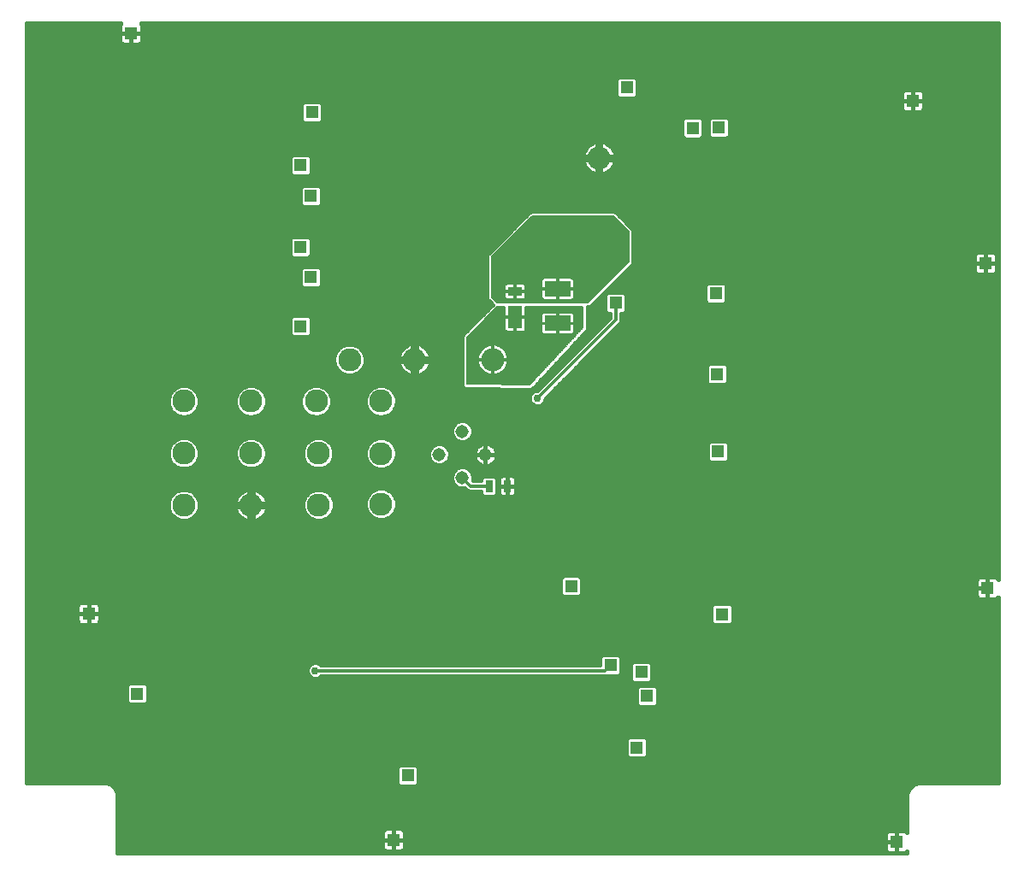
<source format=gbl>
G75*
%MOIN*%
%OFA0B0*%
%FSLAX25Y25*%
%IPPOS*%
%LPD*%
%AMOC8*
5,1,8,0,0,1.08239X$1,22.5*
%
%ADD10R,0.03150X0.04724*%
%ADD11C,0.05150*%
%ADD12C,0.09000*%
%ADD13R,0.05150X0.05150*%
%ADD14R,0.05512X0.08661*%
%ADD15R,0.05512X0.03543*%
%ADD16R,0.10000X0.05984*%
%ADD17R,0.10000X0.05945*%
%ADD18C,0.01600*%
%ADD19OC8,0.16835*%
%ADD20C,0.02978*%
%ADD21C,0.04592*%
%ADD22C,0.00600*%
%ADD23C,0.01181*%
D10*
X0262366Y0268946D03*
X0269452Y0268946D03*
D11*
X0260982Y0281271D03*
X0251951Y0272244D03*
X0242919Y0281271D03*
X0251951Y0290299D03*
D12*
X0263926Y0318257D03*
X0233291Y0318257D03*
X0220225Y0302115D03*
X0208020Y0318257D03*
X0195028Y0302115D03*
X0195816Y0281839D03*
X0195959Y0261615D03*
X0220225Y0261957D03*
X0220225Y0281643D03*
X0169635Y0281839D03*
X0169635Y0261564D03*
X0143454Y0261564D03*
X0143454Y0281839D03*
X0143454Y0302115D03*
X0169635Y0302115D03*
X0305265Y0396997D03*
D13*
X0316013Y0424398D03*
X0341682Y0408564D03*
X0351894Y0408769D03*
X0350784Y0344202D03*
X0351178Y0312627D03*
X0351572Y0282391D03*
X0294359Y0229910D03*
X0309713Y0199202D03*
X0321761Y0196454D03*
X0323942Y0187194D03*
X0319981Y0166957D03*
X0353146Y0219005D03*
X0421233Y0130265D03*
X0456595Y0229162D03*
X0455879Y0355934D03*
X0427430Y0419280D03*
X0311721Y0340422D03*
X0192910Y0350422D03*
X0188847Y0362194D03*
X0192942Y0382194D03*
X0188847Y0394123D03*
X0193335Y0414871D03*
X0122831Y0445698D03*
X0188879Y0331367D03*
X0106328Y0219202D03*
X0125194Y0187981D03*
X0225099Y0131052D03*
X0230706Y0156091D03*
D14*
X0272587Y0334792D03*
D15*
X0272587Y0344831D03*
D16*
X0289123Y0345855D03*
D17*
X0289123Y0332391D03*
D18*
X0117557Y0148898D02*
X0117557Y0125825D01*
X0425255Y0125825D01*
X0425255Y0126596D01*
X0425248Y0126585D01*
X0424913Y0126249D01*
X0424503Y0126012D01*
X0424045Y0125890D01*
X0421233Y0125890D01*
X0421233Y0130264D01*
X0421233Y0130264D01*
X0421233Y0125890D01*
X0418421Y0125890D01*
X0417963Y0126012D01*
X0417553Y0126249D01*
X0417218Y0126585D01*
X0416981Y0126995D01*
X0416858Y0127453D01*
X0416858Y0130264D01*
X0421233Y0130264D01*
X0421233Y0130265D01*
X0421233Y0134639D01*
X0418421Y0134639D01*
X0417963Y0134517D01*
X0417553Y0134280D01*
X0417218Y0133945D01*
X0416981Y0133534D01*
X0416858Y0133076D01*
X0416858Y0130265D01*
X0421233Y0130265D01*
X0421233Y0130265D01*
X0421233Y0134639D01*
X0424045Y0134639D01*
X0424503Y0134517D01*
X0424913Y0134280D01*
X0425248Y0133945D01*
X0425255Y0133933D01*
X0425255Y0148898D01*
X0426108Y0150956D01*
X0427683Y0152532D01*
X0429741Y0153384D01*
X0460688Y0153384D01*
X0460688Y0225617D01*
X0460610Y0225482D01*
X0460275Y0225147D01*
X0459865Y0224910D01*
X0459407Y0224787D01*
X0456595Y0224787D01*
X0456595Y0229162D01*
X0452220Y0229162D01*
X0452220Y0226350D01*
X0452343Y0225893D01*
X0452580Y0225482D01*
X0452915Y0225147D01*
X0453326Y0224910D01*
X0453783Y0224787D01*
X0456595Y0224787D01*
X0456595Y0229162D01*
X0456595Y0229162D01*
X0456595Y0229162D01*
X0452220Y0229162D01*
X0452220Y0231974D01*
X0452343Y0232432D01*
X0452580Y0232842D01*
X0452915Y0233177D01*
X0453326Y0233414D01*
X0453783Y0233537D01*
X0456595Y0233537D01*
X0456595Y0229162D01*
X0456595Y0229162D01*
X0456595Y0233537D01*
X0459407Y0233537D01*
X0459865Y0233414D01*
X0460275Y0233177D01*
X0460610Y0232842D01*
X0460688Y0232708D01*
X0460688Y0449539D01*
X0126686Y0449539D01*
X0126847Y0449378D01*
X0127084Y0448967D01*
X0127206Y0448509D01*
X0127206Y0445698D01*
X0122832Y0445698D01*
X0122832Y0445698D01*
X0127206Y0445698D01*
X0127206Y0442886D01*
X0127084Y0442428D01*
X0126847Y0442018D01*
X0126512Y0441682D01*
X0126101Y0441445D01*
X0125643Y0441323D01*
X0122832Y0441323D01*
X0122832Y0445698D01*
X0122831Y0445698D01*
X0122831Y0445698D01*
X0118457Y0445698D01*
X0118457Y0448509D01*
X0118579Y0448967D01*
X0118816Y0449378D01*
X0118977Y0449539D01*
X0082124Y0449539D01*
X0082124Y0153384D01*
X0113071Y0153384D01*
X0115130Y0152532D01*
X0116705Y0150956D01*
X0117557Y0148898D01*
X0117516Y0148998D02*
X0425297Y0148998D01*
X0425255Y0147400D02*
X0117557Y0147400D01*
X0117557Y0145801D02*
X0425255Y0145801D01*
X0425255Y0144203D02*
X0117557Y0144203D01*
X0117557Y0142604D02*
X0425255Y0142604D01*
X0425255Y0141006D02*
X0117557Y0141006D01*
X0117557Y0139407D02*
X0425255Y0139407D01*
X0425255Y0137809D02*
X0117557Y0137809D01*
X0117557Y0136210D02*
X0425255Y0136210D01*
X0425255Y0134612D02*
X0424148Y0134612D01*
X0421233Y0134612D02*
X0421233Y0134612D01*
X0421233Y0133013D02*
X0421233Y0133013D01*
X0421233Y0131415D02*
X0421233Y0131415D01*
X0421233Y0129816D02*
X0421233Y0129816D01*
X0421233Y0128218D02*
X0421233Y0128218D01*
X0421233Y0126619D02*
X0421233Y0126619D01*
X0417198Y0126619D02*
X0117557Y0126619D01*
X0117557Y0128218D02*
X0220730Y0128218D01*
X0220724Y0128240D02*
X0220847Y0127782D01*
X0221084Y0127372D01*
X0221419Y0127037D01*
X0221830Y0126800D01*
X0222287Y0126677D01*
X0225099Y0126677D01*
X0225099Y0131052D01*
X0225099Y0131052D01*
X0220724Y0131052D01*
X0220724Y0133864D01*
X0220847Y0134322D01*
X0221084Y0134732D01*
X0221419Y0135067D01*
X0221830Y0135304D01*
X0222287Y0135427D01*
X0225099Y0135427D01*
X0225099Y0131052D01*
X0220724Y0131052D01*
X0220724Y0128240D01*
X0220724Y0129816D02*
X0117557Y0129816D01*
X0117557Y0131415D02*
X0220724Y0131415D01*
X0220724Y0133013D02*
X0117557Y0133013D01*
X0117557Y0134612D02*
X0221015Y0134612D01*
X0225099Y0134612D02*
X0225099Y0134612D01*
X0225099Y0135427D02*
X0227911Y0135427D01*
X0228369Y0135304D01*
X0228779Y0135067D01*
X0229114Y0134732D01*
X0229351Y0134322D01*
X0229474Y0133864D01*
X0229474Y0131052D01*
X0225099Y0131052D01*
X0225099Y0131052D01*
X0225099Y0131052D01*
X0225099Y0135427D01*
X0225099Y0133013D02*
X0225099Y0133013D01*
X0225099Y0131415D02*
X0225099Y0131415D01*
X0225099Y0131052D02*
X0225099Y0131052D01*
X0225099Y0126677D01*
X0227911Y0126677D01*
X0228369Y0126800D01*
X0228779Y0127037D01*
X0229114Y0127372D01*
X0229351Y0127782D01*
X0229474Y0128240D01*
X0229474Y0131052D01*
X0225099Y0131052D01*
X0225099Y0129816D02*
X0225099Y0129816D01*
X0225099Y0128218D02*
X0225099Y0128218D01*
X0229468Y0128218D02*
X0416858Y0128218D01*
X0416858Y0129816D02*
X0229474Y0129816D01*
X0229474Y0131415D02*
X0416858Y0131415D01*
X0416858Y0133013D02*
X0229474Y0133013D01*
X0229184Y0134612D02*
X0418318Y0134612D01*
X0425959Y0150597D02*
X0116854Y0150597D01*
X0115466Y0152195D02*
X0227189Y0152195D01*
X0227468Y0151917D02*
X0233943Y0151917D01*
X0234880Y0152854D01*
X0234880Y0159329D01*
X0233943Y0160266D01*
X0227468Y0160266D01*
X0226531Y0159329D01*
X0226531Y0152854D01*
X0227468Y0151917D01*
X0226531Y0153794D02*
X0082124Y0153794D01*
X0082124Y0155392D02*
X0226531Y0155392D01*
X0226531Y0156991D02*
X0082124Y0156991D01*
X0082124Y0158589D02*
X0226531Y0158589D01*
X0227390Y0160188D02*
X0082124Y0160188D01*
X0082124Y0161786D02*
X0460688Y0161786D01*
X0460688Y0160188D02*
X0234021Y0160188D01*
X0234880Y0158589D02*
X0460688Y0158589D01*
X0460688Y0156991D02*
X0234880Y0156991D01*
X0234880Y0155392D02*
X0460688Y0155392D01*
X0460688Y0153794D02*
X0234880Y0153794D01*
X0234222Y0152195D02*
X0427347Y0152195D01*
X0460688Y0163385D02*
X0323821Y0163385D01*
X0324156Y0163720D02*
X0323219Y0162783D01*
X0316744Y0162783D01*
X0315806Y0163720D01*
X0315806Y0170195D01*
X0316744Y0171132D01*
X0323219Y0171132D01*
X0324156Y0170195D01*
X0324156Y0163720D01*
X0324156Y0164984D02*
X0460688Y0164984D01*
X0460688Y0166582D02*
X0324156Y0166582D01*
X0324156Y0168181D02*
X0460688Y0168181D01*
X0460688Y0169779D02*
X0324156Y0169779D01*
X0315806Y0169779D02*
X0082124Y0169779D01*
X0082124Y0168181D02*
X0315806Y0168181D01*
X0315806Y0166582D02*
X0082124Y0166582D01*
X0082124Y0164984D02*
X0315806Y0164984D01*
X0316141Y0163385D02*
X0082124Y0163385D01*
X0082124Y0171378D02*
X0460688Y0171378D01*
X0460688Y0172976D02*
X0082124Y0172976D01*
X0082124Y0174575D02*
X0460688Y0174575D01*
X0460688Y0176173D02*
X0082124Y0176173D01*
X0082124Y0177772D02*
X0460688Y0177772D01*
X0460688Y0179370D02*
X0082124Y0179370D01*
X0082124Y0180969D02*
X0460688Y0180969D01*
X0460688Y0182567D02*
X0082124Y0182567D01*
X0082124Y0184166D02*
X0121597Y0184166D01*
X0121956Y0183806D02*
X0128431Y0183806D01*
X0129368Y0184744D01*
X0129368Y0191219D01*
X0128431Y0192156D01*
X0121956Y0192156D01*
X0121019Y0191219D01*
X0121019Y0184744D01*
X0121956Y0183806D01*
X0121019Y0185764D02*
X0082124Y0185764D01*
X0082124Y0187363D02*
X0121019Y0187363D01*
X0121019Y0188961D02*
X0082124Y0188961D01*
X0082124Y0190560D02*
X0121019Y0190560D01*
X0129368Y0190560D02*
X0319895Y0190560D01*
X0319767Y0190431D02*
X0320704Y0191368D01*
X0327179Y0191368D01*
X0328117Y0190431D01*
X0328117Y0183956D01*
X0327179Y0183019D01*
X0320704Y0183019D01*
X0319767Y0183956D01*
X0319767Y0190431D01*
X0319767Y0188961D02*
X0129368Y0188961D01*
X0129368Y0187363D02*
X0319767Y0187363D01*
X0319767Y0185764D02*
X0129368Y0185764D01*
X0128791Y0184166D02*
X0319767Y0184166D01*
X0318523Y0192279D02*
X0317586Y0193216D01*
X0317586Y0199691D01*
X0318523Y0200628D01*
X0324998Y0200628D01*
X0325935Y0199691D01*
X0325935Y0193216D01*
X0324998Y0192279D01*
X0318523Y0192279D01*
X0317586Y0193757D02*
X0082124Y0193757D01*
X0082124Y0195355D02*
X0191971Y0195355D01*
X0192016Y0195247D02*
X0192885Y0194378D01*
X0194020Y0193908D01*
X0195249Y0193908D01*
X0196384Y0194378D01*
X0196813Y0194806D01*
X0308416Y0194806D01*
X0308636Y0195027D01*
X0312951Y0195027D01*
X0313888Y0195964D01*
X0313888Y0202439D01*
X0312951Y0203376D01*
X0306476Y0203376D01*
X0305539Y0202439D01*
X0305539Y0199187D01*
X0196813Y0199187D01*
X0196384Y0199616D01*
X0195249Y0200086D01*
X0194020Y0200086D01*
X0192885Y0199616D01*
X0192016Y0198747D01*
X0191546Y0197611D01*
X0191546Y0196382D01*
X0192016Y0195247D01*
X0191546Y0196954D02*
X0082124Y0196954D01*
X0082124Y0198552D02*
X0191935Y0198552D01*
X0194746Y0255515D02*
X0192504Y0256443D01*
X0190788Y0258159D01*
X0189859Y0260401D01*
X0189859Y0262828D01*
X0190788Y0265070D01*
X0192504Y0266786D01*
X0194746Y0267715D01*
X0197172Y0267715D01*
X0199414Y0266786D01*
X0201130Y0265070D01*
X0202059Y0262828D01*
X0202059Y0260401D01*
X0201130Y0258159D01*
X0199414Y0256443D01*
X0197172Y0255515D01*
X0194746Y0255515D01*
X0193336Y0256099D02*
X0172786Y0256099D01*
X0172937Y0256176D02*
X0173739Y0256758D01*
X0174440Y0257460D01*
X0175023Y0258262D01*
X0175473Y0259145D01*
X0175780Y0260089D01*
X0175902Y0260864D01*
X0170335Y0260864D01*
X0170335Y0262264D01*
X0175902Y0262264D01*
X0175780Y0263039D01*
X0175473Y0263982D01*
X0175023Y0264866D01*
X0174440Y0265668D01*
X0173739Y0266369D01*
X0172937Y0266952D01*
X0172053Y0267402D01*
X0171110Y0267709D01*
X0170335Y0267831D01*
X0170335Y0262264D01*
X0168935Y0262264D01*
X0168935Y0267831D01*
X0168159Y0267709D01*
X0167216Y0267402D01*
X0166333Y0266952D01*
X0165530Y0266369D01*
X0164829Y0265668D01*
X0164246Y0264866D01*
X0163796Y0263982D01*
X0163490Y0263039D01*
X0163367Y0262264D01*
X0168935Y0262264D01*
X0168935Y0260864D01*
X0170335Y0260864D01*
X0170335Y0255296D01*
X0171110Y0255419D01*
X0172053Y0255725D01*
X0172937Y0256176D01*
X0174613Y0257697D02*
X0191250Y0257697D01*
X0190317Y0259296D02*
X0175522Y0259296D01*
X0175866Y0262493D02*
X0189859Y0262493D01*
X0189859Y0260894D02*
X0170335Y0260894D01*
X0168935Y0260894D02*
X0149554Y0260894D01*
X0149554Y0260350D02*
X0148625Y0258108D01*
X0146909Y0256392D01*
X0144667Y0255464D01*
X0142240Y0255464D01*
X0139998Y0256392D01*
X0138282Y0258108D01*
X0137354Y0260350D01*
X0137354Y0262777D01*
X0138282Y0265019D01*
X0139998Y0266735D01*
X0142240Y0267664D01*
X0144667Y0267664D01*
X0146909Y0266735D01*
X0148625Y0265019D01*
X0149554Y0262777D01*
X0149554Y0260350D01*
X0149117Y0259296D02*
X0163747Y0259296D01*
X0163796Y0259145D02*
X0164246Y0258262D01*
X0164829Y0257460D01*
X0165530Y0256758D01*
X0166333Y0256176D01*
X0167216Y0255725D01*
X0168159Y0255419D01*
X0168935Y0255296D01*
X0168935Y0260864D01*
X0163367Y0260864D01*
X0163490Y0260089D01*
X0163796Y0259145D01*
X0164657Y0257697D02*
X0148214Y0257697D01*
X0146200Y0256099D02*
X0166484Y0256099D01*
X0168935Y0256099D02*
X0170335Y0256099D01*
X0170335Y0257697D02*
X0168935Y0257697D01*
X0168935Y0259296D02*
X0170335Y0259296D01*
X0170335Y0262493D02*
X0168935Y0262493D01*
X0168935Y0264091D02*
X0170335Y0264091D01*
X0170335Y0265690D02*
X0168935Y0265690D01*
X0168935Y0267288D02*
X0170335Y0267288D01*
X0172277Y0267288D02*
X0193716Y0267288D01*
X0191407Y0265690D02*
X0174418Y0265690D01*
X0175417Y0264091D02*
X0190382Y0264091D01*
X0198202Y0267288D02*
X0217155Y0267288D01*
X0216770Y0267129D02*
X0215054Y0265413D01*
X0214125Y0263171D01*
X0214125Y0260744D01*
X0215054Y0258502D01*
X0216770Y0256786D01*
X0219012Y0255857D01*
X0221439Y0255857D01*
X0223681Y0256786D01*
X0225397Y0258502D01*
X0226325Y0260744D01*
X0226325Y0263171D01*
X0225397Y0265413D01*
X0223681Y0267129D01*
X0221439Y0268057D01*
X0219012Y0268057D01*
X0216770Y0267129D01*
X0215331Y0265690D02*
X0200511Y0265690D01*
X0201536Y0264091D02*
X0214506Y0264091D01*
X0214125Y0262493D02*
X0202059Y0262493D01*
X0202059Y0260894D02*
X0214125Y0260894D01*
X0214725Y0259296D02*
X0201601Y0259296D01*
X0200668Y0257697D02*
X0215859Y0257697D01*
X0218430Y0256099D02*
X0198582Y0256099D01*
X0197029Y0275739D02*
X0199271Y0276668D01*
X0200987Y0278384D01*
X0201916Y0280626D01*
X0201916Y0283053D01*
X0200987Y0285295D01*
X0199271Y0287011D01*
X0197029Y0287939D01*
X0194602Y0287939D01*
X0192360Y0287011D01*
X0190644Y0285295D01*
X0189716Y0283053D01*
X0189716Y0280626D01*
X0190644Y0278384D01*
X0192360Y0276668D01*
X0194602Y0275739D01*
X0197029Y0275739D01*
X0199482Y0276879D02*
X0216362Y0276879D01*
X0216770Y0276471D02*
X0219012Y0275543D01*
X0221439Y0275543D01*
X0223681Y0276471D01*
X0225397Y0278187D01*
X0226325Y0280429D01*
X0226325Y0282856D01*
X0225397Y0285098D01*
X0223681Y0286814D01*
X0221439Y0287743D01*
X0219012Y0287743D01*
X0216770Y0286814D01*
X0215054Y0285098D01*
X0214125Y0282856D01*
X0214125Y0280429D01*
X0215054Y0278187D01*
X0216770Y0276471D01*
X0214933Y0278478D02*
X0201026Y0278478D01*
X0201688Y0280076D02*
X0214271Y0280076D01*
X0214125Y0281675D02*
X0201916Y0281675D01*
X0201824Y0283273D02*
X0214298Y0283273D01*
X0214960Y0284872D02*
X0201162Y0284872D01*
X0199811Y0286470D02*
X0216426Y0286470D01*
X0224024Y0286470D02*
X0250284Y0286470D01*
X0249586Y0286760D02*
X0251120Y0286124D01*
X0252781Y0286124D01*
X0254316Y0286760D01*
X0255490Y0287934D01*
X0256126Y0289468D01*
X0256126Y0291129D01*
X0255490Y0292664D01*
X0254316Y0293838D01*
X0252781Y0294474D01*
X0251120Y0294474D01*
X0249586Y0293838D01*
X0248412Y0292664D01*
X0247776Y0291129D01*
X0247776Y0289468D01*
X0248412Y0287934D01*
X0249586Y0286760D01*
X0248356Y0288069D02*
X0082124Y0288069D01*
X0082124Y0289667D02*
X0247776Y0289667D01*
X0247833Y0291266D02*
X0082124Y0291266D01*
X0082124Y0292864D02*
X0248612Y0292864D01*
X0251095Y0294463D02*
X0082124Y0294463D01*
X0082124Y0296061D02*
X0142128Y0296061D01*
X0142240Y0296015D02*
X0144667Y0296015D01*
X0146909Y0296944D01*
X0148625Y0298660D01*
X0149554Y0300902D01*
X0149554Y0303328D01*
X0148625Y0305570D01*
X0146909Y0307286D01*
X0144667Y0308215D01*
X0142240Y0308215D01*
X0139998Y0307286D01*
X0138282Y0305570D01*
X0137354Y0303328D01*
X0137354Y0300902D01*
X0138282Y0298660D01*
X0139998Y0296944D01*
X0142240Y0296015D01*
X0144779Y0296061D02*
X0168309Y0296061D01*
X0168421Y0296015D02*
X0170848Y0296015D01*
X0173090Y0296944D01*
X0174806Y0298660D01*
X0175735Y0300902D01*
X0175735Y0303328D01*
X0174806Y0305570D01*
X0173090Y0307286D01*
X0170848Y0308215D01*
X0168421Y0308215D01*
X0166179Y0307286D01*
X0164463Y0305570D01*
X0163535Y0303328D01*
X0163535Y0300902D01*
X0164463Y0298660D01*
X0166179Y0296944D01*
X0168421Y0296015D01*
X0170960Y0296061D02*
X0193703Y0296061D01*
X0193815Y0296015D02*
X0196242Y0296015D01*
X0198484Y0296944D01*
X0200200Y0298660D01*
X0201128Y0300902D01*
X0201128Y0303328D01*
X0200200Y0305570D01*
X0198484Y0307286D01*
X0196242Y0308215D01*
X0193815Y0308215D01*
X0191573Y0307286D01*
X0189857Y0305570D01*
X0188928Y0303328D01*
X0188928Y0300902D01*
X0189857Y0298660D01*
X0191573Y0296944D01*
X0193815Y0296015D01*
X0196354Y0296061D02*
X0218900Y0296061D01*
X0219012Y0296015D02*
X0221439Y0296015D01*
X0223681Y0296944D01*
X0225397Y0298660D01*
X0226325Y0300902D01*
X0226325Y0303328D01*
X0225397Y0305570D01*
X0223681Y0307286D01*
X0221439Y0308215D01*
X0219012Y0308215D01*
X0216770Y0307286D01*
X0215054Y0305570D01*
X0214125Y0303328D01*
X0214125Y0300902D01*
X0215054Y0298660D01*
X0216770Y0296944D01*
X0219012Y0296015D01*
X0221551Y0296061D02*
X0460688Y0296061D01*
X0460688Y0294463D02*
X0252807Y0294463D01*
X0255289Y0292864D02*
X0460688Y0292864D01*
X0460688Y0291266D02*
X0256069Y0291266D01*
X0256126Y0289667D02*
X0460688Y0289667D01*
X0460688Y0288069D02*
X0255546Y0288069D01*
X0253618Y0286470D02*
X0348239Y0286470D01*
X0348334Y0286565D02*
X0347397Y0285628D01*
X0347397Y0279153D01*
X0348334Y0278216D01*
X0354809Y0278216D01*
X0355746Y0279153D01*
X0355746Y0285628D01*
X0354809Y0286565D01*
X0348334Y0286565D01*
X0347397Y0284872D02*
X0263469Y0284872D01*
X0263275Y0285013D02*
X0262662Y0285325D01*
X0262007Y0285538D01*
X0261327Y0285646D01*
X0260982Y0285646D01*
X0260638Y0285646D01*
X0259958Y0285538D01*
X0259303Y0285325D01*
X0258689Y0285013D01*
X0258132Y0284608D01*
X0257645Y0284121D01*
X0257241Y0283564D01*
X0256928Y0282951D01*
X0256715Y0282296D01*
X0256607Y0281615D01*
X0256607Y0281271D01*
X0256607Y0280927D01*
X0256715Y0280247D01*
X0256928Y0279592D01*
X0257241Y0278978D01*
X0257645Y0278421D01*
X0258132Y0277934D01*
X0258689Y0277530D01*
X0259303Y0277217D01*
X0259958Y0277004D01*
X0260638Y0276896D01*
X0260982Y0276896D01*
X0260982Y0281271D01*
X0256607Y0281271D01*
X0260982Y0281271D01*
X0260982Y0281271D01*
X0260982Y0281271D01*
X0260982Y0276896D01*
X0261327Y0276896D01*
X0262007Y0277004D01*
X0262662Y0277217D01*
X0263275Y0277530D01*
X0263832Y0277934D01*
X0264319Y0278421D01*
X0264724Y0278978D01*
X0265037Y0279592D01*
X0265249Y0280247D01*
X0265357Y0280927D01*
X0265357Y0281271D01*
X0260982Y0281271D01*
X0260982Y0285646D01*
X0260982Y0281271D01*
X0260982Y0281271D01*
X0260982Y0281271D01*
X0265357Y0281271D01*
X0265357Y0281615D01*
X0265249Y0282296D01*
X0265037Y0282951D01*
X0264724Y0283564D01*
X0264319Y0284121D01*
X0263832Y0284608D01*
X0263275Y0285013D01*
X0260982Y0284872D02*
X0260982Y0284872D01*
X0260982Y0283273D02*
X0260982Y0283273D01*
X0260982Y0281675D02*
X0260982Y0281675D01*
X0260982Y0280076D02*
X0260982Y0280076D01*
X0260982Y0278478D02*
X0260982Y0278478D01*
X0257604Y0278478D02*
X0246030Y0278478D01*
X0246458Y0278906D02*
X0247094Y0280441D01*
X0247094Y0282102D01*
X0246458Y0283636D01*
X0245284Y0284810D01*
X0243750Y0285446D01*
X0242089Y0285446D01*
X0240554Y0284810D01*
X0239380Y0283636D01*
X0238744Y0282102D01*
X0238744Y0280441D01*
X0239380Y0278906D01*
X0240554Y0277732D01*
X0242089Y0277096D01*
X0243750Y0277096D01*
X0245284Y0277732D01*
X0246458Y0278906D01*
X0246943Y0280076D02*
X0256771Y0280076D01*
X0256617Y0281675D02*
X0247094Y0281675D01*
X0246609Y0283273D02*
X0257092Y0283273D01*
X0258495Y0284872D02*
X0245136Y0284872D01*
X0240703Y0284872D02*
X0225490Y0284872D01*
X0226152Y0283273D02*
X0239230Y0283273D01*
X0238744Y0281675D02*
X0226325Y0281675D01*
X0226179Y0280076D02*
X0238895Y0280076D01*
X0239809Y0278478D02*
X0225517Y0278478D01*
X0224089Y0276879D02*
X0460688Y0276879D01*
X0460688Y0275281D02*
X0254818Y0275281D01*
X0254316Y0275783D02*
X0252781Y0276418D01*
X0251120Y0276418D01*
X0249586Y0275783D01*
X0248412Y0274608D01*
X0247776Y0273074D01*
X0247776Y0271413D01*
X0248412Y0269879D01*
X0249586Y0268704D01*
X0251120Y0268069D01*
X0252781Y0268069D01*
X0252955Y0268141D01*
X0254341Y0266755D01*
X0259191Y0266755D01*
X0259191Y0265921D01*
X0260128Y0264984D01*
X0264603Y0264984D01*
X0265540Y0265921D01*
X0265540Y0271971D01*
X0264603Y0272908D01*
X0260128Y0272908D01*
X0259191Y0271971D01*
X0259191Y0271136D01*
X0256156Y0271136D01*
X0256053Y0271239D01*
X0256126Y0271413D01*
X0256126Y0273074D01*
X0255490Y0274608D01*
X0254316Y0275783D01*
X0255874Y0273682D02*
X0460688Y0273682D01*
X0460688Y0272084D02*
X0272658Y0272084D01*
X0272704Y0272003D02*
X0272467Y0272413D01*
X0272132Y0272748D01*
X0271722Y0272985D01*
X0271264Y0273108D01*
X0269452Y0273108D01*
X0267640Y0273108D01*
X0267183Y0272985D01*
X0266772Y0272748D01*
X0266437Y0272413D01*
X0266200Y0272003D01*
X0266077Y0271545D01*
X0266077Y0268946D01*
X0269452Y0268946D01*
X0269452Y0273108D01*
X0269452Y0268946D01*
X0269452Y0268946D01*
X0269452Y0268946D01*
X0266077Y0268946D01*
X0266077Y0266347D01*
X0266200Y0265889D01*
X0266437Y0265478D01*
X0266772Y0265143D01*
X0267183Y0264906D01*
X0267640Y0264784D01*
X0269452Y0264784D01*
X0269452Y0268946D01*
X0272827Y0268946D01*
X0272827Y0271545D01*
X0272704Y0272003D01*
X0272827Y0270485D02*
X0460688Y0270485D01*
X0460688Y0268887D02*
X0272827Y0268887D01*
X0272827Y0268946D02*
X0269452Y0268946D01*
X0269452Y0268946D01*
X0269452Y0268946D01*
X0269452Y0264784D01*
X0271264Y0264784D01*
X0271722Y0264906D01*
X0272132Y0265143D01*
X0272467Y0265478D01*
X0272704Y0265889D01*
X0272827Y0266347D01*
X0272827Y0268946D01*
X0272827Y0267288D02*
X0460688Y0267288D01*
X0460688Y0265690D02*
X0272589Y0265690D01*
X0269452Y0265690D02*
X0269452Y0265690D01*
X0269452Y0267288D02*
X0269452Y0267288D01*
X0269452Y0268887D02*
X0269452Y0268887D01*
X0269452Y0270485D02*
X0269452Y0270485D01*
X0269452Y0272084D02*
X0269452Y0272084D01*
X0266247Y0272084D02*
X0265427Y0272084D01*
X0265540Y0270485D02*
X0266077Y0270485D01*
X0266077Y0268887D02*
X0265540Y0268887D01*
X0265540Y0267288D02*
X0266077Y0267288D01*
X0266315Y0265690D02*
X0265309Y0265690D01*
X0259422Y0265690D02*
X0225120Y0265690D01*
X0225944Y0264091D02*
X0460688Y0264091D01*
X0460688Y0262493D02*
X0226325Y0262493D01*
X0226325Y0260894D02*
X0460688Y0260894D01*
X0460688Y0259296D02*
X0225725Y0259296D01*
X0224592Y0257697D02*
X0460688Y0257697D01*
X0460688Y0256099D02*
X0222021Y0256099D01*
X0223296Y0267288D02*
X0253808Y0267288D01*
X0249404Y0268887D02*
X0082124Y0268887D01*
X0082124Y0270485D02*
X0248160Y0270485D01*
X0247776Y0272084D02*
X0082124Y0272084D01*
X0082124Y0273682D02*
X0248028Y0273682D01*
X0249084Y0275281D02*
X0082124Y0275281D01*
X0082124Y0276879D02*
X0139787Y0276879D01*
X0139998Y0276668D02*
X0142240Y0275739D01*
X0144667Y0275739D01*
X0146909Y0276668D01*
X0148625Y0278384D01*
X0149554Y0280626D01*
X0149554Y0283053D01*
X0148625Y0285295D01*
X0146909Y0287011D01*
X0144667Y0287939D01*
X0142240Y0287939D01*
X0139998Y0287011D01*
X0138282Y0285295D01*
X0137354Y0283053D01*
X0137354Y0280626D01*
X0138282Y0278384D01*
X0139998Y0276668D01*
X0138243Y0278478D02*
X0082124Y0278478D01*
X0082124Y0280076D02*
X0137581Y0280076D01*
X0137354Y0281675D02*
X0082124Y0281675D01*
X0082124Y0283273D02*
X0137445Y0283273D01*
X0138107Y0284872D02*
X0082124Y0284872D01*
X0082124Y0286470D02*
X0139458Y0286470D01*
X0147449Y0286470D02*
X0165639Y0286470D01*
X0166179Y0287011D02*
X0164463Y0285295D01*
X0163535Y0283053D01*
X0163535Y0280626D01*
X0164463Y0278384D01*
X0166179Y0276668D01*
X0168421Y0275739D01*
X0170848Y0275739D01*
X0173090Y0276668D01*
X0174806Y0278384D01*
X0175735Y0280626D01*
X0175735Y0283053D01*
X0174806Y0285295D01*
X0173090Y0287011D01*
X0170848Y0287939D01*
X0168421Y0287939D01*
X0166179Y0287011D01*
X0164288Y0284872D02*
X0148800Y0284872D01*
X0149462Y0283273D02*
X0163626Y0283273D01*
X0163535Y0281675D02*
X0149554Y0281675D01*
X0149326Y0280076D02*
X0163762Y0280076D01*
X0164424Y0278478D02*
X0148664Y0278478D01*
X0147120Y0276879D02*
X0165968Y0276879D01*
X0173301Y0276879D02*
X0192149Y0276879D01*
X0190606Y0278478D02*
X0174845Y0278478D01*
X0175507Y0280076D02*
X0189943Y0280076D01*
X0189716Y0281675D02*
X0175735Y0281675D01*
X0175643Y0283273D02*
X0189807Y0283273D01*
X0190469Y0284872D02*
X0174981Y0284872D01*
X0173630Y0286470D02*
X0191820Y0286470D01*
X0190857Y0297660D02*
X0173806Y0297660D01*
X0175054Y0299258D02*
X0189609Y0299258D01*
X0188947Y0300857D02*
X0175716Y0300857D01*
X0175735Y0302455D02*
X0188928Y0302455D01*
X0189229Y0304054D02*
X0175434Y0304054D01*
X0174724Y0305653D02*
X0189939Y0305653D01*
X0191538Y0307251D02*
X0173125Y0307251D01*
X0166144Y0307251D02*
X0146944Y0307251D01*
X0148543Y0305653D02*
X0164545Y0305653D01*
X0163835Y0304054D02*
X0149253Y0304054D01*
X0149554Y0302455D02*
X0163535Y0302455D01*
X0163553Y0300857D02*
X0149535Y0300857D01*
X0148873Y0299258D02*
X0164215Y0299258D01*
X0165463Y0297660D02*
X0147625Y0297660D01*
X0139282Y0297660D02*
X0082124Y0297660D01*
X0082124Y0299258D02*
X0138034Y0299258D01*
X0137372Y0300857D02*
X0082124Y0300857D01*
X0082124Y0302455D02*
X0137354Y0302455D01*
X0137654Y0304054D02*
X0082124Y0304054D01*
X0082124Y0305653D02*
X0138364Y0305653D01*
X0139963Y0307251D02*
X0082124Y0307251D01*
X0082124Y0308850D02*
X0251790Y0308850D01*
X0251790Y0308021D02*
X0252903Y0306908D01*
X0256035Y0306908D01*
X0277338Y0306527D01*
X0277382Y0306487D01*
X0278117Y0306514D01*
X0278852Y0306500D01*
X0278895Y0306542D01*
X0278955Y0306544D01*
X0279456Y0307083D01*
X0279985Y0307593D01*
X0279986Y0307653D01*
X0300333Y0329536D01*
X0300865Y0330068D01*
X0300865Y0330108D01*
X0300893Y0330138D01*
X0300865Y0330890D01*
X0300865Y0338798D01*
X0301721Y0338798D01*
X0307626Y0344703D01*
X0317469Y0354546D01*
X0318582Y0355659D01*
X0318582Y0369044D01*
X0312676Y0374949D01*
X0311563Y0376062D01*
X0278493Y0376062D01*
X0262745Y0360314D01*
X0261632Y0359201D01*
X0261632Y0341879D01*
X0262745Y0340766D01*
X0263601Y0339911D01*
X0263798Y0339713D01*
X0263601Y0339516D01*
X0252903Y0328818D01*
X0251790Y0327705D01*
X0251790Y0308021D01*
X0252560Y0307251D02*
X0223716Y0307251D01*
X0225314Y0305653D02*
X0279237Y0305653D01*
X0279499Y0305915D02*
X0278630Y0305046D01*
X0278160Y0303910D01*
X0278160Y0302682D01*
X0278630Y0301546D01*
X0279499Y0300677D01*
X0280634Y0300207D01*
X0281863Y0300207D01*
X0282999Y0300677D01*
X0283868Y0301546D01*
X0284338Y0302682D01*
X0284338Y0303287D01*
X0312629Y0331578D01*
X0313912Y0332861D01*
X0313912Y0336247D01*
X0314959Y0336247D01*
X0315896Y0337184D01*
X0315896Y0343660D01*
X0314959Y0344597D01*
X0308484Y0344597D01*
X0307546Y0343660D01*
X0307546Y0337184D01*
X0308484Y0336247D01*
X0309531Y0336247D01*
X0309531Y0334676D01*
X0281240Y0306385D01*
X0280634Y0306385D01*
X0279499Y0305915D01*
X0279630Y0307251D02*
X0282106Y0307251D01*
X0281098Y0308850D02*
X0283704Y0308850D01*
X0282585Y0310448D02*
X0285303Y0310448D01*
X0284071Y0312047D02*
X0286901Y0312047D01*
X0285557Y0313645D02*
X0288500Y0313645D01*
X0287044Y0315244D02*
X0290098Y0315244D01*
X0288530Y0316842D02*
X0291697Y0316842D01*
X0293295Y0318441D02*
X0290016Y0318441D01*
X0291503Y0320039D02*
X0294894Y0320039D01*
X0296492Y0321638D02*
X0292989Y0321638D01*
X0294475Y0323236D02*
X0298091Y0323236D01*
X0299690Y0324835D02*
X0295962Y0324835D01*
X0297448Y0326433D02*
X0301288Y0326433D01*
X0302887Y0328032D02*
X0298934Y0328032D01*
X0300427Y0329630D02*
X0304485Y0329630D01*
X0306084Y0331229D02*
X0300865Y0331229D01*
X0300865Y0332827D02*
X0307682Y0332827D01*
X0309281Y0334426D02*
X0300865Y0334426D01*
X0300865Y0336024D02*
X0309531Y0336024D01*
X0307546Y0337623D02*
X0300865Y0337623D01*
X0302144Y0339221D02*
X0307546Y0339221D01*
X0307546Y0340820D02*
X0303743Y0340820D01*
X0305341Y0342418D02*
X0307546Y0342418D01*
X0307904Y0344017D02*
X0306940Y0344017D01*
X0308539Y0345615D02*
X0346609Y0345615D01*
X0346609Y0344017D02*
X0315539Y0344017D01*
X0315896Y0342418D02*
X0346609Y0342418D01*
X0346609Y0340964D02*
X0347547Y0340027D01*
X0354022Y0340027D01*
X0354959Y0340964D01*
X0354959Y0347439D01*
X0354022Y0348376D01*
X0347547Y0348376D01*
X0346609Y0347439D01*
X0346609Y0340964D01*
X0346754Y0340820D02*
X0315896Y0340820D01*
X0315896Y0339221D02*
X0460688Y0339221D01*
X0460688Y0337623D02*
X0315896Y0337623D01*
X0313912Y0336024D02*
X0460688Y0336024D01*
X0460688Y0334426D02*
X0313912Y0334426D01*
X0313878Y0332827D02*
X0460688Y0332827D01*
X0460688Y0331229D02*
X0312279Y0331229D01*
X0310681Y0329630D02*
X0460688Y0329630D01*
X0460688Y0328032D02*
X0309082Y0328032D01*
X0307484Y0326433D02*
X0460688Y0326433D01*
X0460688Y0324835D02*
X0305885Y0324835D01*
X0304287Y0323236D02*
X0460688Y0323236D01*
X0460688Y0321638D02*
X0302688Y0321638D01*
X0301090Y0320039D02*
X0460688Y0320039D01*
X0460688Y0318441D02*
X0299491Y0318441D01*
X0297893Y0316842D02*
X0460688Y0316842D01*
X0460688Y0315244D02*
X0355353Y0315244D01*
X0355353Y0315864D02*
X0354415Y0316802D01*
X0347940Y0316802D01*
X0347003Y0315864D01*
X0347003Y0309389D01*
X0347940Y0308452D01*
X0354415Y0308452D01*
X0355353Y0309389D01*
X0355353Y0315864D01*
X0355353Y0313645D02*
X0460688Y0313645D01*
X0460688Y0312047D02*
X0355353Y0312047D01*
X0355353Y0310448D02*
X0460688Y0310448D01*
X0460688Y0308850D02*
X0354813Y0308850D01*
X0347543Y0308850D02*
X0289900Y0308850D01*
X0291499Y0310448D02*
X0347003Y0310448D01*
X0347003Y0312047D02*
X0293097Y0312047D01*
X0294696Y0313645D02*
X0347003Y0313645D01*
X0347003Y0315244D02*
X0296294Y0315244D01*
X0288302Y0307251D02*
X0460688Y0307251D01*
X0460688Y0305653D02*
X0286703Y0305653D01*
X0285105Y0304054D02*
X0460688Y0304054D01*
X0460688Y0302455D02*
X0284244Y0302455D01*
X0283178Y0300857D02*
X0460688Y0300857D01*
X0460688Y0299258D02*
X0225645Y0299258D01*
X0226307Y0300857D02*
X0279319Y0300857D01*
X0278254Y0302455D02*
X0226325Y0302455D01*
X0226025Y0304054D02*
X0278219Y0304054D01*
X0264872Y0283273D02*
X0347397Y0283273D01*
X0347397Y0281675D02*
X0265348Y0281675D01*
X0265194Y0280076D02*
X0347397Y0280076D01*
X0348072Y0278478D02*
X0264360Y0278478D01*
X0259304Y0272084D02*
X0256126Y0272084D01*
X0224397Y0297660D02*
X0460688Y0297660D01*
X0460688Y0286470D02*
X0354904Y0286470D01*
X0355746Y0284872D02*
X0460688Y0284872D01*
X0460688Y0283273D02*
X0355746Y0283273D01*
X0355746Y0281675D02*
X0460688Y0281675D01*
X0460688Y0280076D02*
X0355746Y0280076D01*
X0355071Y0278478D02*
X0460688Y0278478D01*
X0460688Y0254500D02*
X0082124Y0254500D01*
X0082124Y0252902D02*
X0460688Y0252902D01*
X0460688Y0251303D02*
X0082124Y0251303D01*
X0082124Y0249705D02*
X0460688Y0249705D01*
X0460688Y0248106D02*
X0082124Y0248106D01*
X0082124Y0246508D02*
X0460688Y0246508D01*
X0460688Y0244909D02*
X0082124Y0244909D01*
X0082124Y0243311D02*
X0460688Y0243311D01*
X0460688Y0241712D02*
X0082124Y0241712D01*
X0082124Y0240114D02*
X0460688Y0240114D01*
X0460688Y0238515D02*
X0082124Y0238515D01*
X0082124Y0236917D02*
X0460688Y0236917D01*
X0460688Y0235318D02*
X0082124Y0235318D01*
X0082124Y0233720D02*
X0290756Y0233720D01*
X0291122Y0234085D02*
X0290184Y0233148D01*
X0290184Y0226673D01*
X0291122Y0225735D01*
X0297597Y0225735D01*
X0298534Y0226673D01*
X0298534Y0233148D01*
X0297597Y0234085D01*
X0291122Y0234085D01*
X0290184Y0232121D02*
X0082124Y0232121D01*
X0082124Y0230522D02*
X0290184Y0230522D01*
X0290184Y0228924D02*
X0082124Y0228924D01*
X0082124Y0227325D02*
X0290184Y0227325D01*
X0298534Y0227325D02*
X0452220Y0227325D01*
X0452220Y0228924D02*
X0298534Y0228924D01*
X0298534Y0230522D02*
X0452220Y0230522D01*
X0452260Y0232121D02*
X0298534Y0232121D01*
X0297962Y0233720D02*
X0460688Y0233720D01*
X0456595Y0232121D02*
X0456595Y0232121D01*
X0456595Y0230522D02*
X0456595Y0230522D01*
X0456595Y0228924D02*
X0456595Y0228924D01*
X0456595Y0227325D02*
X0456595Y0227325D01*
X0456595Y0225727D02*
X0456595Y0225727D01*
X0452439Y0225727D02*
X0082124Y0225727D01*
X0082124Y0224128D02*
X0460688Y0224128D01*
X0460688Y0222530D02*
X0357034Y0222530D01*
X0357321Y0222242D02*
X0356384Y0223180D01*
X0349909Y0223180D01*
X0348972Y0222242D01*
X0348972Y0215767D01*
X0349909Y0214830D01*
X0356384Y0214830D01*
X0357321Y0215767D01*
X0357321Y0222242D01*
X0357321Y0220931D02*
X0460688Y0220931D01*
X0460688Y0219333D02*
X0357321Y0219333D01*
X0357321Y0217734D02*
X0460688Y0217734D01*
X0460688Y0216136D02*
X0357321Y0216136D01*
X0348972Y0216136D02*
X0110634Y0216136D01*
X0110580Y0215932D02*
X0110702Y0216390D01*
X0110702Y0219202D01*
X0110702Y0222013D01*
X0110580Y0222471D01*
X0110343Y0222882D01*
X0110008Y0223217D01*
X0109597Y0223454D01*
X0109139Y0223576D01*
X0106328Y0223576D01*
X0106328Y0219202D01*
X0106327Y0219202D01*
X0106327Y0219202D01*
X0101953Y0219202D01*
X0101953Y0222013D01*
X0102075Y0222471D01*
X0102312Y0222882D01*
X0102648Y0223217D01*
X0103058Y0223454D01*
X0103516Y0223576D01*
X0106327Y0223576D01*
X0106327Y0219202D01*
X0101953Y0219202D01*
X0101953Y0216390D01*
X0102075Y0215932D01*
X0102312Y0215522D01*
X0102648Y0215186D01*
X0103058Y0214949D01*
X0103516Y0214827D01*
X0106327Y0214827D01*
X0106327Y0219201D01*
X0106328Y0219201D01*
X0106328Y0219202D02*
X0106328Y0219202D01*
X0110702Y0219202D01*
X0106328Y0219202D01*
X0106328Y0219201D02*
X0106328Y0214827D01*
X0109139Y0214827D01*
X0109597Y0214949D01*
X0110008Y0215186D01*
X0110343Y0215522D01*
X0110580Y0215932D01*
X0110702Y0217734D02*
X0348972Y0217734D01*
X0348972Y0219333D02*
X0110702Y0219333D01*
X0110702Y0220931D02*
X0348972Y0220931D01*
X0349259Y0222530D02*
X0110546Y0222530D01*
X0106328Y0222530D02*
X0106327Y0222530D01*
X0106327Y0220931D02*
X0106328Y0220931D01*
X0106327Y0219333D02*
X0106328Y0219333D01*
X0106327Y0217734D02*
X0106328Y0217734D01*
X0106327Y0216136D02*
X0106328Y0216136D01*
X0102021Y0216136D02*
X0082124Y0216136D01*
X0082124Y0217734D02*
X0101953Y0217734D01*
X0101953Y0219333D02*
X0082124Y0219333D01*
X0082124Y0220931D02*
X0101953Y0220931D01*
X0102109Y0222530D02*
X0082124Y0222530D01*
X0082124Y0214537D02*
X0460688Y0214537D01*
X0460688Y0212939D02*
X0082124Y0212939D01*
X0082124Y0211340D02*
X0460688Y0211340D01*
X0460688Y0209742D02*
X0082124Y0209742D01*
X0082124Y0208143D02*
X0460688Y0208143D01*
X0460688Y0206545D02*
X0082124Y0206545D01*
X0082124Y0204946D02*
X0460688Y0204946D01*
X0460688Y0203348D02*
X0312980Y0203348D01*
X0313888Y0201749D02*
X0460688Y0201749D01*
X0460688Y0200151D02*
X0325476Y0200151D01*
X0325935Y0198552D02*
X0460688Y0198552D01*
X0460688Y0196954D02*
X0325935Y0196954D01*
X0325935Y0195355D02*
X0460688Y0195355D01*
X0460688Y0193757D02*
X0325935Y0193757D01*
X0327988Y0190560D02*
X0460688Y0190560D01*
X0460688Y0192158D02*
X0082124Y0192158D01*
X0082124Y0200151D02*
X0305539Y0200151D01*
X0305539Y0201749D02*
X0082124Y0201749D01*
X0082124Y0203348D02*
X0306447Y0203348D01*
X0313888Y0200151D02*
X0318046Y0200151D01*
X0317586Y0198552D02*
X0313888Y0198552D01*
X0313888Y0196954D02*
X0317586Y0196954D01*
X0317586Y0195355D02*
X0313279Y0195355D01*
X0328117Y0188961D02*
X0460688Y0188961D01*
X0460688Y0187363D02*
X0328117Y0187363D01*
X0328117Y0185764D02*
X0460688Y0185764D01*
X0460688Y0184166D02*
X0328117Y0184166D01*
X0216053Y0297660D02*
X0199200Y0297660D01*
X0200448Y0299258D02*
X0214806Y0299258D01*
X0214144Y0300857D02*
X0201110Y0300857D01*
X0201128Y0302455D02*
X0214125Y0302455D01*
X0214426Y0304054D02*
X0200828Y0304054D01*
X0200117Y0305653D02*
X0215136Y0305653D01*
X0216735Y0307251D02*
X0198519Y0307251D01*
X0204565Y0313085D02*
X0206807Y0312157D01*
X0209234Y0312157D01*
X0211476Y0313085D01*
X0213192Y0314801D01*
X0214120Y0317043D01*
X0214120Y0319470D01*
X0213192Y0321712D01*
X0211476Y0323428D01*
X0209234Y0324357D01*
X0206807Y0324357D01*
X0204565Y0323428D01*
X0202849Y0321712D01*
X0201920Y0319470D01*
X0201920Y0317043D01*
X0202849Y0314801D01*
X0204565Y0313085D01*
X0204005Y0313645D02*
X0082124Y0313645D01*
X0082124Y0312047D02*
X0232228Y0312047D01*
X0232591Y0312047D02*
X0233991Y0312047D01*
X0233991Y0311989D02*
X0234766Y0312112D01*
X0235709Y0312418D01*
X0236593Y0312868D01*
X0237395Y0313451D01*
X0238096Y0314153D01*
X0238679Y0314955D01*
X0239129Y0315838D01*
X0239436Y0316781D01*
X0239558Y0317557D01*
X0233991Y0317557D01*
X0233991Y0318957D01*
X0232591Y0318957D01*
X0232591Y0324524D01*
X0231816Y0324402D01*
X0230872Y0324095D01*
X0229989Y0323645D01*
X0229187Y0323062D01*
X0228485Y0322361D01*
X0227903Y0321559D01*
X0227452Y0320675D01*
X0227146Y0319732D01*
X0227023Y0318957D01*
X0232591Y0318957D01*
X0232591Y0317557D01*
X0227023Y0317557D01*
X0227146Y0316781D01*
X0227452Y0315838D01*
X0227903Y0314955D01*
X0228485Y0314153D01*
X0229187Y0313451D01*
X0229989Y0312868D01*
X0230872Y0312418D01*
X0231816Y0312112D01*
X0232591Y0311989D01*
X0232591Y0317557D01*
X0233991Y0317557D01*
X0233991Y0311989D01*
X0234354Y0312047D02*
X0251790Y0312047D01*
X0251790Y0313645D02*
X0237589Y0313645D01*
X0238826Y0315244D02*
X0251790Y0315244D01*
X0251790Y0316842D02*
X0239445Y0316842D01*
X0239558Y0318957D02*
X0233991Y0318957D01*
X0233991Y0324524D01*
X0234766Y0324402D01*
X0235709Y0324095D01*
X0236593Y0323645D01*
X0237395Y0323062D01*
X0238096Y0322361D01*
X0238679Y0321559D01*
X0239129Y0320675D01*
X0239436Y0319732D01*
X0239558Y0318957D01*
X0239336Y0320039D02*
X0251790Y0320039D01*
X0251790Y0318441D02*
X0233991Y0318441D01*
X0232591Y0318441D02*
X0214120Y0318441D01*
X0214037Y0316842D02*
X0227136Y0316842D01*
X0227755Y0315244D02*
X0213375Y0315244D01*
X0212036Y0313645D02*
X0228993Y0313645D01*
X0232591Y0313645D02*
X0233991Y0313645D01*
X0233991Y0315244D02*
X0232591Y0315244D01*
X0232591Y0316842D02*
X0233991Y0316842D01*
X0233991Y0320039D02*
X0232591Y0320039D01*
X0232591Y0321638D02*
X0233991Y0321638D01*
X0233991Y0323236D02*
X0232591Y0323236D01*
X0229426Y0323236D02*
X0211668Y0323236D01*
X0213223Y0321638D02*
X0227960Y0321638D01*
X0227246Y0320039D02*
X0213885Y0320039D01*
X0204373Y0323236D02*
X0082124Y0323236D01*
X0082124Y0321638D02*
X0202818Y0321638D01*
X0202156Y0320039D02*
X0082124Y0320039D01*
X0082124Y0318441D02*
X0201920Y0318441D01*
X0202004Y0316842D02*
X0082124Y0316842D01*
X0082124Y0315244D02*
X0202666Y0315244D01*
X0192116Y0327192D02*
X0193054Y0328129D01*
X0193054Y0334604D01*
X0192116Y0335542D01*
X0185641Y0335542D01*
X0184704Y0334604D01*
X0184704Y0328129D01*
X0185641Y0327192D01*
X0192116Y0327192D01*
X0192956Y0328032D02*
X0252116Y0328032D01*
X0251790Y0326433D02*
X0082124Y0326433D01*
X0082124Y0324835D02*
X0251790Y0324835D01*
X0251790Y0323236D02*
X0237155Y0323236D01*
X0238622Y0321638D02*
X0251790Y0321638D01*
X0253715Y0329630D02*
X0193054Y0329630D01*
X0193054Y0331229D02*
X0255313Y0331229D01*
X0256912Y0332827D02*
X0193054Y0332827D01*
X0193054Y0334426D02*
X0258510Y0334426D01*
X0260109Y0336024D02*
X0082124Y0336024D01*
X0082124Y0334426D02*
X0184704Y0334426D01*
X0184704Y0332827D02*
X0082124Y0332827D01*
X0082124Y0331229D02*
X0184704Y0331229D01*
X0184704Y0329630D02*
X0082124Y0329630D01*
X0082124Y0328032D02*
X0184802Y0328032D01*
X0189673Y0346247D02*
X0196148Y0346247D01*
X0197085Y0347184D01*
X0197085Y0353660D01*
X0196148Y0354597D01*
X0189673Y0354597D01*
X0188735Y0353660D01*
X0188735Y0347184D01*
X0189673Y0346247D01*
X0188735Y0347214D02*
X0082124Y0347214D01*
X0082124Y0348812D02*
X0188735Y0348812D01*
X0188735Y0350411D02*
X0082124Y0350411D01*
X0082124Y0352009D02*
X0188735Y0352009D01*
X0188735Y0353608D02*
X0082124Y0353608D01*
X0082124Y0355206D02*
X0261632Y0355206D01*
X0261632Y0353608D02*
X0197085Y0353608D01*
X0197085Y0352009D02*
X0261632Y0352009D01*
X0261632Y0350411D02*
X0197085Y0350411D01*
X0197085Y0348812D02*
X0261632Y0348812D01*
X0261632Y0347214D02*
X0197085Y0347214D01*
X0192085Y0358019D02*
X0185610Y0358019D01*
X0184672Y0358956D01*
X0184672Y0365431D01*
X0185610Y0366368D01*
X0192085Y0366368D01*
X0193022Y0365431D01*
X0193022Y0358956D01*
X0192085Y0358019D01*
X0192469Y0358403D02*
X0261632Y0358403D01*
X0261632Y0356805D02*
X0082124Y0356805D01*
X0082124Y0358403D02*
X0185225Y0358403D01*
X0184672Y0360002D02*
X0082124Y0360002D01*
X0082124Y0361600D02*
X0184672Y0361600D01*
X0184672Y0363199D02*
X0082124Y0363199D01*
X0082124Y0364797D02*
X0184672Y0364797D01*
X0193022Y0364797D02*
X0267229Y0364797D01*
X0268827Y0366396D02*
X0082124Y0366396D01*
X0082124Y0367994D02*
X0270426Y0367994D01*
X0272024Y0369593D02*
X0082124Y0369593D01*
X0082124Y0371191D02*
X0273623Y0371191D01*
X0275221Y0372790D02*
X0082124Y0372790D01*
X0082124Y0374388D02*
X0276820Y0374388D01*
X0278418Y0375987D02*
X0082124Y0375987D01*
X0082124Y0377586D02*
X0460688Y0377586D01*
X0460688Y0379184D02*
X0197117Y0379184D01*
X0197117Y0378956D02*
X0197117Y0385431D01*
X0196179Y0386368D01*
X0189704Y0386368D01*
X0188767Y0385431D01*
X0188767Y0378956D01*
X0189704Y0378019D01*
X0196179Y0378019D01*
X0197117Y0378956D01*
X0197117Y0380783D02*
X0460688Y0380783D01*
X0460688Y0382381D02*
X0197117Y0382381D01*
X0197117Y0383980D02*
X0460688Y0383980D01*
X0460688Y0385578D02*
X0196970Y0385578D01*
X0192510Y0390374D02*
X0460688Y0390374D01*
X0460688Y0391972D02*
X0309067Y0391972D01*
X0309369Y0392191D02*
X0310070Y0392893D01*
X0310653Y0393695D01*
X0311103Y0394578D01*
X0311409Y0395522D01*
X0311532Y0396297D01*
X0305965Y0396297D01*
X0305965Y0397697D01*
X0311532Y0397697D01*
X0311409Y0398472D01*
X0311103Y0399415D01*
X0310653Y0400299D01*
X0310070Y0401101D01*
X0309369Y0401802D01*
X0308566Y0402385D01*
X0307683Y0402835D01*
X0306740Y0403142D01*
X0305965Y0403264D01*
X0305965Y0397697D01*
X0304565Y0397697D01*
X0304565Y0403264D01*
X0303789Y0403142D01*
X0302846Y0402835D01*
X0301963Y0402385D01*
X0301160Y0401802D01*
X0300459Y0401101D01*
X0299876Y0400299D01*
X0299426Y0399415D01*
X0299120Y0398472D01*
X0298997Y0397697D01*
X0304564Y0397697D01*
X0304564Y0396297D01*
X0298997Y0396297D01*
X0299120Y0395522D01*
X0299426Y0394578D01*
X0299876Y0393695D01*
X0300459Y0392893D01*
X0301160Y0392191D01*
X0301963Y0391609D01*
X0302846Y0391158D01*
X0303789Y0390852D01*
X0304565Y0390729D01*
X0304565Y0396297D01*
X0305965Y0396297D01*
X0305965Y0390729D01*
X0306740Y0390852D01*
X0307683Y0391158D01*
X0308566Y0391609D01*
X0309369Y0392191D01*
X0310563Y0393571D02*
X0460688Y0393571D01*
X0460688Y0395169D02*
X0311295Y0395169D01*
X0311426Y0398366D02*
X0460688Y0398366D01*
X0460688Y0396768D02*
X0305965Y0396768D01*
X0304564Y0396768D02*
X0193022Y0396768D01*
X0193022Y0397360D02*
X0192085Y0398298D01*
X0185610Y0398298D01*
X0184672Y0397360D01*
X0184672Y0390885D01*
X0185610Y0389948D01*
X0192085Y0389948D01*
X0193022Y0390885D01*
X0193022Y0397360D01*
X0193022Y0395169D02*
X0299234Y0395169D01*
X0299967Y0393571D02*
X0193022Y0393571D01*
X0193022Y0391972D02*
X0301462Y0391972D01*
X0304565Y0391972D02*
X0305965Y0391972D01*
X0305965Y0393571D02*
X0304565Y0393571D01*
X0304565Y0395169D02*
X0305965Y0395169D01*
X0305965Y0398366D02*
X0304565Y0398366D01*
X0304565Y0399965D02*
X0305965Y0399965D01*
X0305965Y0401563D02*
X0304565Y0401563D01*
X0304565Y0403162D02*
X0305965Y0403162D01*
X0306614Y0403162D02*
X0460688Y0403162D01*
X0460688Y0404760D02*
X0355299Y0404760D01*
X0355132Y0404594D02*
X0356069Y0405531D01*
X0356069Y0412006D01*
X0355132Y0412943D01*
X0348657Y0412943D01*
X0347720Y0412006D01*
X0347720Y0405531D01*
X0348657Y0404594D01*
X0355132Y0404594D01*
X0356069Y0406359D02*
X0460688Y0406359D01*
X0460688Y0407957D02*
X0356069Y0407957D01*
X0356069Y0409556D02*
X0460688Y0409556D01*
X0460688Y0411154D02*
X0356069Y0411154D01*
X0355323Y0412753D02*
X0460688Y0412753D01*
X0460688Y0414351D02*
X0197510Y0414351D01*
X0197510Y0412753D02*
X0348466Y0412753D01*
X0347720Y0411154D02*
X0345857Y0411154D01*
X0345857Y0411801D02*
X0344919Y0412739D01*
X0338444Y0412739D01*
X0337507Y0411801D01*
X0337507Y0405326D01*
X0338444Y0404389D01*
X0344919Y0404389D01*
X0345857Y0405326D01*
X0345857Y0411801D01*
X0345857Y0409556D02*
X0347720Y0409556D01*
X0347720Y0407957D02*
X0345857Y0407957D01*
X0345857Y0406359D02*
X0347720Y0406359D01*
X0348490Y0404760D02*
X0345291Y0404760D01*
X0338073Y0404760D02*
X0082124Y0404760D01*
X0082124Y0403162D02*
X0303916Y0403162D01*
X0300921Y0401563D02*
X0082124Y0401563D01*
X0082124Y0399965D02*
X0299706Y0399965D01*
X0299103Y0398366D02*
X0082124Y0398366D01*
X0082124Y0396768D02*
X0184672Y0396768D01*
X0184672Y0395169D02*
X0082124Y0395169D01*
X0082124Y0393571D02*
X0184672Y0393571D01*
X0184672Y0391972D02*
X0082124Y0391972D01*
X0082124Y0390374D02*
X0185184Y0390374D01*
X0188914Y0385578D02*
X0082124Y0385578D01*
X0082124Y0383980D02*
X0188767Y0383980D01*
X0188767Y0382381D02*
X0082124Y0382381D01*
X0082124Y0380783D02*
X0188767Y0380783D01*
X0188767Y0379184D02*
X0082124Y0379184D01*
X0082124Y0387177D02*
X0460688Y0387177D01*
X0460688Y0388775D02*
X0082124Y0388775D01*
X0082124Y0406359D02*
X0337507Y0406359D01*
X0337507Y0407957D02*
X0082124Y0407957D01*
X0082124Y0409556D02*
X0337507Y0409556D01*
X0337507Y0411154D02*
X0197031Y0411154D01*
X0196573Y0410696D02*
X0197510Y0411633D01*
X0197510Y0418108D01*
X0196573Y0419046D01*
X0190098Y0419046D01*
X0189161Y0418108D01*
X0189161Y0411633D01*
X0190098Y0410696D01*
X0196573Y0410696D01*
X0197510Y0415950D02*
X0423213Y0415950D01*
X0423178Y0416011D02*
X0423415Y0415600D01*
X0423750Y0415265D01*
X0424160Y0415028D01*
X0424618Y0414906D01*
X0427430Y0414906D01*
X0430242Y0414906D01*
X0430699Y0415028D01*
X0431110Y0415265D01*
X0431445Y0415600D01*
X0431682Y0416011D01*
X0431805Y0416469D01*
X0431805Y0419280D01*
X0427430Y0419280D01*
X0427430Y0414906D01*
X0427430Y0419280D01*
X0427430Y0419280D01*
X0427430Y0419280D01*
X0423055Y0419280D01*
X0423055Y0416469D01*
X0423178Y0416011D01*
X0423055Y0417548D02*
X0197510Y0417548D01*
X0189161Y0417548D02*
X0082124Y0417548D01*
X0082124Y0415950D02*
X0189161Y0415950D01*
X0189161Y0414351D02*
X0082124Y0414351D01*
X0082124Y0412753D02*
X0189161Y0412753D01*
X0189640Y0411154D02*
X0082124Y0411154D01*
X0082124Y0419147D02*
X0423055Y0419147D01*
X0423055Y0419280D02*
X0427430Y0419280D01*
X0427430Y0419280D01*
X0431805Y0419280D01*
X0431805Y0422092D01*
X0431682Y0422550D01*
X0431445Y0422960D01*
X0431110Y0423295D01*
X0430699Y0423532D01*
X0430242Y0423655D01*
X0427430Y0423655D01*
X0427430Y0419280D01*
X0427430Y0419280D01*
X0427430Y0423655D01*
X0424618Y0423655D01*
X0424160Y0423532D01*
X0423750Y0423295D01*
X0423415Y0422960D01*
X0423178Y0422550D01*
X0423055Y0422092D01*
X0423055Y0419280D01*
X0423055Y0420745D02*
X0319772Y0420745D01*
X0320187Y0421161D02*
X0319250Y0420224D01*
X0312775Y0420224D01*
X0311838Y0421161D01*
X0311838Y0427636D01*
X0312775Y0428573D01*
X0319250Y0428573D01*
X0320187Y0427636D01*
X0320187Y0421161D01*
X0320187Y0422344D02*
X0423123Y0422344D01*
X0427430Y0422344D02*
X0427430Y0422344D01*
X0427430Y0420745D02*
X0427430Y0420745D01*
X0427430Y0419147D02*
X0427430Y0419147D01*
X0427430Y0417548D02*
X0427430Y0417548D01*
X0427430Y0415950D02*
X0427430Y0415950D01*
X0431647Y0415950D02*
X0460688Y0415950D01*
X0460688Y0417548D02*
X0431805Y0417548D01*
X0431805Y0419147D02*
X0460688Y0419147D01*
X0460688Y0420745D02*
X0431805Y0420745D01*
X0431737Y0422344D02*
X0460688Y0422344D01*
X0460688Y0423942D02*
X0320187Y0423942D01*
X0320187Y0425541D02*
X0460688Y0425541D01*
X0460688Y0427139D02*
X0320187Y0427139D01*
X0311838Y0427139D02*
X0082124Y0427139D01*
X0082124Y0425541D02*
X0311838Y0425541D01*
X0311838Y0423942D02*
X0082124Y0423942D01*
X0082124Y0422344D02*
X0311838Y0422344D01*
X0312253Y0420745D02*
X0082124Y0420745D01*
X0082124Y0428738D02*
X0460688Y0428738D01*
X0460688Y0430336D02*
X0082124Y0430336D01*
X0082124Y0431935D02*
X0460688Y0431935D01*
X0460688Y0433533D02*
X0082124Y0433533D01*
X0082124Y0435132D02*
X0460688Y0435132D01*
X0460688Y0436730D02*
X0082124Y0436730D01*
X0082124Y0438329D02*
X0460688Y0438329D01*
X0460688Y0439927D02*
X0082124Y0439927D01*
X0082124Y0441526D02*
X0119423Y0441526D01*
X0119562Y0441445D02*
X0120020Y0441323D01*
X0122831Y0441323D01*
X0122831Y0445698D01*
X0118457Y0445698D01*
X0118457Y0442886D01*
X0118579Y0442428D01*
X0118816Y0442018D01*
X0119151Y0441682D01*
X0119562Y0441445D01*
X0118457Y0443124D02*
X0082124Y0443124D01*
X0082124Y0444723D02*
X0118457Y0444723D01*
X0118457Y0446322D02*
X0082124Y0446322D01*
X0082124Y0447920D02*
X0118457Y0447920D01*
X0118957Y0449519D02*
X0082124Y0449519D01*
X0122831Y0444723D02*
X0122832Y0444723D01*
X0122831Y0443124D02*
X0122832Y0443124D01*
X0122831Y0441526D02*
X0122832Y0441526D01*
X0126240Y0441526D02*
X0460688Y0441526D01*
X0460688Y0443124D02*
X0127206Y0443124D01*
X0127206Y0444723D02*
X0460688Y0444723D01*
X0460688Y0446322D02*
X0127206Y0446322D01*
X0127206Y0447920D02*
X0460688Y0447920D01*
X0460688Y0449519D02*
X0126706Y0449519D01*
X0193022Y0363199D02*
X0265630Y0363199D01*
X0264032Y0361600D02*
X0193022Y0361600D01*
X0193022Y0360002D02*
X0262433Y0360002D01*
X0261632Y0345615D02*
X0082124Y0345615D01*
X0082124Y0344017D02*
X0261632Y0344017D01*
X0261632Y0342418D02*
X0082124Y0342418D01*
X0082124Y0340820D02*
X0262692Y0340820D01*
X0262745Y0340766D02*
X0262745Y0340766D01*
X0263306Y0339221D02*
X0082124Y0339221D01*
X0082124Y0337623D02*
X0261707Y0337623D01*
X0251790Y0310448D02*
X0082124Y0310448D01*
X0082124Y0267288D02*
X0141334Y0267288D01*
X0138953Y0265690D02*
X0082124Y0265690D01*
X0082124Y0264091D02*
X0137898Y0264091D01*
X0137354Y0262493D02*
X0082124Y0262493D01*
X0082124Y0260894D02*
X0137354Y0260894D01*
X0137790Y0259296D02*
X0082124Y0259296D01*
X0082124Y0257697D02*
X0138693Y0257697D01*
X0140707Y0256099D02*
X0082124Y0256099D01*
X0145574Y0267288D02*
X0166993Y0267288D01*
X0164851Y0265690D02*
X0147954Y0265690D01*
X0149009Y0264091D02*
X0163852Y0264091D01*
X0163403Y0262493D02*
X0149554Y0262493D01*
X0310137Y0347214D02*
X0346609Y0347214D01*
X0354959Y0347214D02*
X0460688Y0347214D01*
X0460688Y0348812D02*
X0311736Y0348812D01*
X0313334Y0350411D02*
X0460688Y0350411D01*
X0460688Y0352009D02*
X0459649Y0352009D01*
X0459559Y0351919D02*
X0459894Y0352254D01*
X0460131Y0352664D01*
X0460254Y0353122D01*
X0460254Y0355934D01*
X0460254Y0358746D01*
X0460131Y0359203D01*
X0459894Y0359614D01*
X0459559Y0359949D01*
X0459148Y0360186D01*
X0458691Y0360309D01*
X0455879Y0360309D01*
X0455879Y0355934D01*
X0460254Y0355934D01*
X0455879Y0355934D01*
X0455879Y0355934D01*
X0455879Y0355934D01*
X0455879Y0360309D01*
X0453067Y0360309D01*
X0452609Y0360186D01*
X0452199Y0359949D01*
X0451864Y0359614D01*
X0451627Y0359203D01*
X0451504Y0358746D01*
X0451504Y0355934D01*
X0455879Y0355934D01*
X0455879Y0351559D01*
X0458691Y0351559D01*
X0459148Y0351682D01*
X0459559Y0351919D01*
X0460254Y0353608D02*
X0460688Y0353608D01*
X0460688Y0355206D02*
X0460254Y0355206D01*
X0460254Y0356805D02*
X0460688Y0356805D01*
X0460688Y0358403D02*
X0460254Y0358403D01*
X0460688Y0360002D02*
X0459467Y0360002D01*
X0460688Y0361600D02*
X0318582Y0361600D01*
X0318582Y0360002D02*
X0452290Y0360002D01*
X0451504Y0358403D02*
X0318582Y0358403D01*
X0318582Y0356805D02*
X0451504Y0356805D01*
X0451504Y0355934D02*
X0451504Y0353122D01*
X0451627Y0352664D01*
X0451864Y0352254D01*
X0452199Y0351919D01*
X0452609Y0351682D01*
X0453067Y0351559D01*
X0455879Y0351559D01*
X0455879Y0355934D01*
X0455879Y0355934D01*
X0455879Y0355934D01*
X0451504Y0355934D01*
X0451504Y0355206D02*
X0318130Y0355206D01*
X0316531Y0353608D02*
X0451504Y0353608D01*
X0452108Y0352009D02*
X0314933Y0352009D01*
X0318582Y0363199D02*
X0460688Y0363199D01*
X0460688Y0364797D02*
X0318582Y0364797D01*
X0318582Y0366396D02*
X0460688Y0366396D01*
X0460688Y0367994D02*
X0318582Y0367994D01*
X0318033Y0369593D02*
X0460688Y0369593D01*
X0460688Y0371191D02*
X0316434Y0371191D01*
X0314836Y0372790D02*
X0460688Y0372790D01*
X0460688Y0374388D02*
X0313237Y0374388D01*
X0311639Y0375987D02*
X0460688Y0375987D01*
X0455879Y0360002D02*
X0455879Y0360002D01*
X0455879Y0358403D02*
X0455879Y0358403D01*
X0455879Y0356805D02*
X0455879Y0356805D01*
X0455879Y0355206D02*
X0455879Y0355206D01*
X0455879Y0353608D02*
X0455879Y0353608D01*
X0455879Y0352009D02*
X0455879Y0352009D01*
X0460688Y0345615D02*
X0354959Y0345615D01*
X0354959Y0344017D02*
X0460688Y0344017D01*
X0460688Y0342418D02*
X0354959Y0342418D01*
X0354815Y0340820D02*
X0460688Y0340820D01*
X0460688Y0399965D02*
X0310823Y0399965D01*
X0309608Y0401563D02*
X0460688Y0401563D01*
D19*
X0451524Y0441091D03*
X0451524Y0173375D03*
X0091288Y0173375D03*
X0091288Y0441091D03*
D20*
X0107627Y0319044D03*
X0109989Y0259989D03*
X0115894Y0259989D03*
X0115894Y0254083D03*
X0109989Y0254083D03*
X0109989Y0248178D03*
X0115894Y0248178D03*
X0121800Y0248178D03*
X0121800Y0254083D03*
X0121800Y0259989D03*
X0194635Y0196997D03*
X0281249Y0303296D03*
D21*
X0308808Y0354477D03*
X0308808Y0364320D03*
X0296997Y0364320D03*
X0285186Y0360383D03*
D22*
X0283952Y0350147D02*
X0283621Y0350059D01*
X0283325Y0349887D01*
X0283083Y0349645D01*
X0282911Y0349349D01*
X0282823Y0349018D01*
X0282823Y0346155D01*
X0288823Y0346155D01*
X0288823Y0350147D01*
X0283952Y0350147D01*
X0283612Y0350054D02*
X0263532Y0350054D01*
X0263532Y0350652D02*
X0310888Y0350652D01*
X0310290Y0350054D02*
X0294633Y0350054D01*
X0294625Y0350059D02*
X0294294Y0350147D01*
X0289423Y0350147D01*
X0289423Y0346155D01*
X0295423Y0346155D01*
X0295423Y0349018D01*
X0295334Y0349349D01*
X0295163Y0349645D01*
X0294921Y0349887D01*
X0294625Y0350059D01*
X0295273Y0349455D02*
X0309691Y0349455D01*
X0309093Y0348857D02*
X0295423Y0348857D01*
X0295423Y0348258D02*
X0308494Y0348258D01*
X0307896Y0347659D02*
X0295423Y0347659D01*
X0295423Y0347061D02*
X0307297Y0347061D01*
X0306699Y0346462D02*
X0295423Y0346462D01*
X0295423Y0345555D02*
X0295423Y0342692D01*
X0295334Y0342361D01*
X0295163Y0342065D01*
X0294921Y0341823D01*
X0294625Y0341652D01*
X0294294Y0341563D01*
X0289423Y0341563D01*
X0289423Y0345555D01*
X0289423Y0346155D01*
X0288823Y0346155D01*
X0288823Y0345555D01*
X0289423Y0345555D01*
X0295423Y0345555D01*
X0295423Y0345265D02*
X0305502Y0345265D01*
X0304903Y0344667D02*
X0295423Y0344667D01*
X0295423Y0344068D02*
X0304305Y0344068D01*
X0303706Y0343470D02*
X0295423Y0343470D01*
X0295423Y0342871D02*
X0303108Y0342871D01*
X0302509Y0342273D02*
X0295283Y0342273D01*
X0294664Y0341674D02*
X0301911Y0341674D01*
X0301312Y0341076D02*
X0265123Y0341076D01*
X0265501Y0340698D02*
X0300934Y0340698D01*
X0316682Y0356446D01*
X0316682Y0368257D01*
X0310776Y0374162D01*
X0279280Y0374162D01*
X0263532Y0358414D01*
X0263532Y0342666D01*
X0265501Y0340698D01*
X0264524Y0341674D02*
X0283582Y0341674D01*
X0283621Y0341652D02*
X0283952Y0341563D01*
X0288823Y0341563D01*
X0288823Y0345555D01*
X0282823Y0345555D01*
X0282823Y0342692D01*
X0282911Y0342361D01*
X0283083Y0342065D01*
X0283325Y0341823D01*
X0283621Y0341652D01*
X0282962Y0342273D02*
X0276390Y0342273D01*
X0276384Y0342262D02*
X0276555Y0342558D01*
X0276643Y0342889D01*
X0276643Y0344532D01*
X0272887Y0344532D01*
X0272887Y0345131D01*
X0276643Y0345131D01*
X0276643Y0346774D01*
X0276555Y0347105D01*
X0276384Y0347401D01*
X0276142Y0347643D01*
X0275845Y0347815D01*
X0275514Y0347903D01*
X0272887Y0347903D01*
X0272887Y0345132D01*
X0272287Y0345132D01*
X0272287Y0347903D01*
X0269660Y0347903D01*
X0269330Y0347815D01*
X0269033Y0347643D01*
X0268791Y0347401D01*
X0268620Y0347105D01*
X0268531Y0346774D01*
X0268531Y0345131D01*
X0272287Y0345131D01*
X0272287Y0344532D01*
X0268531Y0344532D01*
X0268531Y0342889D01*
X0268620Y0342558D01*
X0268791Y0342262D01*
X0269033Y0342020D01*
X0269330Y0341848D01*
X0269660Y0341760D01*
X0272287Y0341760D01*
X0272287Y0344531D01*
X0272887Y0344531D01*
X0272887Y0341760D01*
X0275514Y0341760D01*
X0275845Y0341848D01*
X0276142Y0342020D01*
X0276384Y0342262D01*
X0276639Y0342871D02*
X0282823Y0342871D01*
X0282823Y0343470D02*
X0276643Y0343470D01*
X0276643Y0344068D02*
X0282823Y0344068D01*
X0282823Y0344667D02*
X0272887Y0344667D01*
X0272887Y0345265D02*
X0272287Y0345265D01*
X0272287Y0344667D02*
X0263532Y0344667D01*
X0263532Y0345265D02*
X0268531Y0345265D01*
X0268531Y0345864D02*
X0263532Y0345864D01*
X0263532Y0346462D02*
X0268531Y0346462D01*
X0268608Y0347061D02*
X0263532Y0347061D01*
X0263532Y0347659D02*
X0269061Y0347659D01*
X0272287Y0347659D02*
X0272887Y0347659D01*
X0272887Y0347061D02*
X0272287Y0347061D01*
X0272287Y0346462D02*
X0272887Y0346462D01*
X0272887Y0345864D02*
X0272287Y0345864D01*
X0272287Y0344068D02*
X0272887Y0344068D01*
X0272887Y0343470D02*
X0272287Y0343470D01*
X0272287Y0342871D02*
X0272887Y0342871D01*
X0272887Y0342273D02*
X0272287Y0342273D01*
X0268785Y0342273D02*
X0263926Y0342273D01*
X0263532Y0342871D02*
X0268536Y0342871D01*
X0268531Y0343470D02*
X0263532Y0343470D01*
X0263532Y0344068D02*
X0268531Y0344068D01*
X0268531Y0338729D02*
X0268531Y0335092D01*
X0272287Y0335092D01*
X0272287Y0334492D01*
X0268531Y0334492D01*
X0268531Y0330290D01*
X0268620Y0329960D01*
X0268791Y0329663D01*
X0269033Y0329421D01*
X0269330Y0329250D01*
X0269660Y0329161D01*
X0272287Y0329161D01*
X0272287Y0334492D01*
X0272887Y0334492D01*
X0272887Y0329161D01*
X0275514Y0329161D01*
X0275845Y0329250D01*
X0276142Y0329421D01*
X0276384Y0329663D01*
X0276555Y0329960D01*
X0276643Y0330290D01*
X0276643Y0334492D01*
X0272887Y0334492D01*
X0272887Y0335092D01*
X0276643Y0335092D01*
X0276643Y0338729D01*
X0298965Y0338729D01*
X0298965Y0330855D01*
X0278099Y0308414D01*
X0256052Y0308808D01*
X0253690Y0308808D01*
X0253690Y0326918D01*
X0265501Y0338729D01*
X0268531Y0338729D01*
X0268531Y0338682D02*
X0265453Y0338682D01*
X0264855Y0338083D02*
X0268531Y0338083D01*
X0268531Y0337485D02*
X0264256Y0337485D01*
X0263658Y0336886D02*
X0268531Y0336886D01*
X0268531Y0336288D02*
X0263059Y0336288D01*
X0262461Y0335689D02*
X0268531Y0335689D01*
X0268531Y0333894D02*
X0260665Y0333894D01*
X0260067Y0333295D02*
X0268531Y0333295D01*
X0268531Y0332697D02*
X0259468Y0332697D01*
X0258870Y0332098D02*
X0268531Y0332098D01*
X0268531Y0331500D02*
X0258271Y0331500D01*
X0257673Y0330901D02*
X0268531Y0330901D01*
X0268531Y0330303D02*
X0257074Y0330303D01*
X0256476Y0329704D02*
X0268768Y0329704D01*
X0272287Y0329704D02*
X0272887Y0329704D01*
X0272887Y0330303D02*
X0272287Y0330303D01*
X0272287Y0330901D02*
X0272887Y0330901D01*
X0272887Y0331500D02*
X0272287Y0331500D01*
X0272287Y0332098D02*
X0272887Y0332098D01*
X0272887Y0332697D02*
X0272287Y0332697D01*
X0272287Y0333295D02*
X0272887Y0333295D01*
X0272887Y0333894D02*
X0272287Y0333894D01*
X0272287Y0334492D02*
X0261264Y0334492D01*
X0261862Y0335091D02*
X0272287Y0335091D01*
X0272887Y0335091D02*
X0282823Y0335091D01*
X0282823Y0335534D02*
X0282823Y0332691D01*
X0288823Y0332691D01*
X0288823Y0336663D01*
X0283952Y0336663D01*
X0283621Y0336574D01*
X0283325Y0336403D01*
X0283083Y0336161D01*
X0282911Y0335865D01*
X0282823Y0335534D01*
X0282864Y0335689D02*
X0276643Y0335689D01*
X0276643Y0336288D02*
X0283209Y0336288D01*
X0282823Y0334492D02*
X0272887Y0334492D01*
X0276643Y0333894D02*
X0282823Y0333894D01*
X0282823Y0333295D02*
X0276643Y0333295D01*
X0276643Y0332697D02*
X0282823Y0332697D01*
X0282823Y0332091D02*
X0282823Y0329247D01*
X0282911Y0328916D01*
X0283083Y0328620D01*
X0283325Y0328378D01*
X0283621Y0328207D01*
X0283952Y0328118D01*
X0288823Y0328118D01*
X0288823Y0332091D01*
X0282823Y0332091D01*
X0282823Y0331500D02*
X0276643Y0331500D01*
X0276643Y0332098D02*
X0288823Y0332098D01*
X0288823Y0332091D02*
X0288823Y0332691D01*
X0289423Y0332691D01*
X0289423Y0336663D01*
X0294294Y0336663D01*
X0294625Y0336574D01*
X0294921Y0336403D01*
X0295163Y0336161D01*
X0295334Y0335865D01*
X0295423Y0335534D01*
X0295423Y0332691D01*
X0289423Y0332691D01*
X0289423Y0332091D01*
X0295423Y0332091D01*
X0295423Y0329247D01*
X0295334Y0328916D01*
X0295163Y0328620D01*
X0294921Y0328378D01*
X0294625Y0328207D01*
X0294294Y0328118D01*
X0289423Y0328118D01*
X0289423Y0332091D01*
X0288823Y0332091D01*
X0288823Y0331500D02*
X0289423Y0331500D01*
X0289423Y0332098D02*
X0298965Y0332098D01*
X0298965Y0331500D02*
X0295423Y0331500D01*
X0295423Y0330901D02*
X0298965Y0330901D01*
X0298452Y0330303D02*
X0295423Y0330303D01*
X0295423Y0329704D02*
X0297895Y0329704D01*
X0297339Y0329106D02*
X0295385Y0329106D01*
X0295050Y0328507D02*
X0296782Y0328507D01*
X0296226Y0327909D02*
X0254680Y0327909D01*
X0255279Y0328507D02*
X0283195Y0328507D01*
X0282861Y0329106D02*
X0255877Y0329106D01*
X0254082Y0327310D02*
X0295669Y0327310D01*
X0295113Y0326712D02*
X0253690Y0326712D01*
X0253690Y0326113D02*
X0294556Y0326113D01*
X0294000Y0325515D02*
X0253690Y0325515D01*
X0253690Y0324916D02*
X0293443Y0324916D01*
X0292887Y0324318D02*
X0253690Y0324318D01*
X0253690Y0323719D02*
X0261968Y0323719D01*
X0261700Y0323632D02*
X0260886Y0323217D01*
X0260148Y0322681D01*
X0259502Y0322035D01*
X0258965Y0321297D01*
X0258551Y0320483D01*
X0258269Y0319615D01*
X0258126Y0318713D01*
X0258126Y0318557D01*
X0263626Y0318557D01*
X0263626Y0324057D01*
X0263470Y0324057D01*
X0262568Y0323914D01*
X0261700Y0323632D01*
X0260753Y0323121D02*
X0253690Y0323121D01*
X0253690Y0322522D02*
X0259989Y0322522D01*
X0259421Y0321924D02*
X0253690Y0321924D01*
X0253690Y0321325D02*
X0258986Y0321325D01*
X0258675Y0320726D02*
X0253690Y0320726D01*
X0253690Y0320128D02*
X0258436Y0320128D01*
X0258255Y0319529D02*
X0253690Y0319529D01*
X0253690Y0318931D02*
X0258160Y0318931D01*
X0258126Y0317957D02*
X0258126Y0317800D01*
X0258269Y0316899D01*
X0258551Y0316030D01*
X0258965Y0315217D01*
X0259502Y0314478D01*
X0260148Y0313833D01*
X0260886Y0313296D01*
X0261700Y0312882D01*
X0262568Y0312600D01*
X0263470Y0312457D01*
X0263626Y0312457D01*
X0263626Y0317957D01*
X0258126Y0317957D01*
X0258136Y0317734D02*
X0253690Y0317734D01*
X0253690Y0318332D02*
X0263626Y0318332D01*
X0263626Y0318557D02*
X0263626Y0317957D01*
X0264226Y0317957D01*
X0264226Y0318557D01*
X0263626Y0318557D01*
X0263626Y0318931D02*
X0264226Y0318931D01*
X0264226Y0318557D02*
X0264226Y0324057D01*
X0264382Y0324057D01*
X0265284Y0323914D01*
X0266152Y0323632D01*
X0266966Y0323217D01*
X0267704Y0322681D01*
X0268350Y0322035D01*
X0268887Y0321297D01*
X0269301Y0320483D01*
X0269583Y0319615D01*
X0269726Y0318713D01*
X0269726Y0318557D01*
X0264226Y0318557D01*
X0264226Y0318332D02*
X0287321Y0318332D01*
X0286765Y0317734D02*
X0269715Y0317734D01*
X0269726Y0317800D02*
X0269726Y0317957D01*
X0264226Y0317957D01*
X0264226Y0312457D01*
X0264382Y0312457D01*
X0265284Y0312600D01*
X0266152Y0312882D01*
X0266966Y0313296D01*
X0267704Y0313833D01*
X0268350Y0314478D01*
X0268887Y0315217D01*
X0269301Y0316030D01*
X0269583Y0316899D01*
X0269726Y0317800D01*
X0269621Y0317135D02*
X0286208Y0317135D01*
X0285652Y0316537D02*
X0269466Y0316537D01*
X0269254Y0315938D02*
X0285095Y0315938D01*
X0284539Y0315340D02*
X0268949Y0315340D01*
X0268541Y0314741D02*
X0283982Y0314741D01*
X0283426Y0314143D02*
X0268015Y0314143D01*
X0267308Y0313544D02*
X0282869Y0313544D01*
X0282313Y0312946D02*
X0266278Y0312946D01*
X0264226Y0312946D02*
X0263626Y0312946D01*
X0263626Y0313544D02*
X0264226Y0313544D01*
X0264226Y0314143D02*
X0263626Y0314143D01*
X0263626Y0314741D02*
X0264226Y0314741D01*
X0264226Y0315340D02*
X0263626Y0315340D01*
X0263626Y0315938D02*
X0264226Y0315938D01*
X0264226Y0316537D02*
X0263626Y0316537D01*
X0263626Y0317135D02*
X0264226Y0317135D01*
X0264226Y0317734D02*
X0263626Y0317734D01*
X0263626Y0319529D02*
X0264226Y0319529D01*
X0264226Y0320128D02*
X0263626Y0320128D01*
X0263626Y0320726D02*
X0264226Y0320726D01*
X0264226Y0321325D02*
X0263626Y0321325D01*
X0263626Y0321924D02*
X0264226Y0321924D01*
X0264226Y0322522D02*
X0263626Y0322522D01*
X0263626Y0323121D02*
X0264226Y0323121D01*
X0264226Y0323719D02*
X0263626Y0323719D01*
X0265884Y0323719D02*
X0292330Y0323719D01*
X0291774Y0323121D02*
X0267099Y0323121D01*
X0267863Y0322522D02*
X0291217Y0322522D01*
X0290661Y0321924D02*
X0268431Y0321924D01*
X0268866Y0321325D02*
X0290104Y0321325D01*
X0289548Y0320726D02*
X0269177Y0320726D01*
X0269416Y0320128D02*
X0288991Y0320128D01*
X0288434Y0319529D02*
X0269597Y0319529D01*
X0269691Y0318931D02*
X0287878Y0318931D01*
X0281756Y0312347D02*
X0253690Y0312347D01*
X0253690Y0311749D02*
X0281200Y0311749D01*
X0280643Y0311150D02*
X0253690Y0311150D01*
X0253690Y0310552D02*
X0280087Y0310552D01*
X0279530Y0309953D02*
X0253690Y0309953D01*
X0253690Y0309355D02*
X0278974Y0309355D01*
X0278417Y0308756D02*
X0258942Y0308756D01*
X0261573Y0312946D02*
X0253690Y0312946D01*
X0253690Y0313544D02*
X0260544Y0313544D01*
X0259837Y0314143D02*
X0253690Y0314143D01*
X0253690Y0314741D02*
X0259311Y0314741D01*
X0258903Y0315340D02*
X0253690Y0315340D01*
X0253690Y0315938D02*
X0258598Y0315938D01*
X0258386Y0316537D02*
X0253690Y0316537D01*
X0253690Y0317135D02*
X0258231Y0317135D01*
X0276407Y0329704D02*
X0282823Y0329704D01*
X0282823Y0330303D02*
X0276643Y0330303D01*
X0276643Y0330901D02*
X0282823Y0330901D01*
X0288823Y0330901D02*
X0289423Y0330901D01*
X0289423Y0330303D02*
X0288823Y0330303D01*
X0288823Y0329704D02*
X0289423Y0329704D01*
X0289423Y0329106D02*
X0288823Y0329106D01*
X0288823Y0328507D02*
X0289423Y0328507D01*
X0289423Y0332697D02*
X0288823Y0332697D01*
X0288823Y0333295D02*
X0289423Y0333295D01*
X0289423Y0333894D02*
X0288823Y0333894D01*
X0288823Y0334492D02*
X0289423Y0334492D01*
X0289423Y0335091D02*
X0288823Y0335091D01*
X0288823Y0335689D02*
X0289423Y0335689D01*
X0289423Y0336288D02*
X0288823Y0336288D01*
X0288823Y0341674D02*
X0289423Y0341674D01*
X0289423Y0342273D02*
X0288823Y0342273D01*
X0288823Y0342871D02*
X0289423Y0342871D01*
X0289423Y0343470D02*
X0288823Y0343470D01*
X0288823Y0344068D02*
X0289423Y0344068D01*
X0289423Y0344667D02*
X0288823Y0344667D01*
X0288823Y0345265D02*
X0289423Y0345265D01*
X0289423Y0345864D02*
X0306100Y0345864D01*
X0311487Y0351251D02*
X0263532Y0351251D01*
X0263532Y0351849D02*
X0312085Y0351849D01*
X0312684Y0352448D02*
X0263532Y0352448D01*
X0263532Y0353046D02*
X0313282Y0353046D01*
X0313881Y0353645D02*
X0263532Y0353645D01*
X0263532Y0354243D02*
X0314479Y0354243D01*
X0315078Y0354842D02*
X0263532Y0354842D01*
X0263532Y0355440D02*
X0315676Y0355440D01*
X0316275Y0356039D02*
X0263532Y0356039D01*
X0263532Y0356637D02*
X0316682Y0356637D01*
X0316682Y0357236D02*
X0263532Y0357236D01*
X0263532Y0357834D02*
X0316682Y0357834D01*
X0316682Y0358433D02*
X0263551Y0358433D01*
X0264149Y0359031D02*
X0316682Y0359031D01*
X0316682Y0359630D02*
X0264748Y0359630D01*
X0265346Y0360228D02*
X0316682Y0360228D01*
X0316682Y0360827D02*
X0265945Y0360827D01*
X0266543Y0361425D02*
X0316682Y0361425D01*
X0316682Y0362024D02*
X0267142Y0362024D01*
X0267740Y0362622D02*
X0316682Y0362622D01*
X0316682Y0363221D02*
X0268339Y0363221D01*
X0268937Y0363819D02*
X0316682Y0363819D01*
X0316682Y0364418D02*
X0269536Y0364418D01*
X0270134Y0365016D02*
X0316682Y0365016D01*
X0316682Y0365615D02*
X0270733Y0365615D01*
X0271331Y0366213D02*
X0316682Y0366213D01*
X0316682Y0366812D02*
X0271930Y0366812D01*
X0272528Y0367410D02*
X0316682Y0367410D01*
X0316682Y0368009D02*
X0273127Y0368009D01*
X0273726Y0368607D02*
X0316331Y0368607D01*
X0315733Y0369206D02*
X0274324Y0369206D01*
X0274923Y0369804D02*
X0315134Y0369804D01*
X0314536Y0370403D02*
X0275521Y0370403D01*
X0276120Y0371001D02*
X0313937Y0371001D01*
X0313339Y0371600D02*
X0276718Y0371600D01*
X0277317Y0372198D02*
X0312740Y0372198D01*
X0312142Y0372797D02*
X0277915Y0372797D01*
X0278514Y0373395D02*
X0311543Y0373395D01*
X0310945Y0373994D02*
X0279112Y0373994D01*
X0282973Y0349455D02*
X0263532Y0349455D01*
X0263532Y0348857D02*
X0282823Y0348857D01*
X0282823Y0348258D02*
X0263532Y0348258D01*
X0276114Y0347659D02*
X0282823Y0347659D01*
X0282823Y0347061D02*
X0276566Y0347061D01*
X0276643Y0346462D02*
X0282823Y0346462D01*
X0282823Y0345265D02*
X0276643Y0345265D01*
X0276643Y0345864D02*
X0288823Y0345864D01*
X0288823Y0346462D02*
X0289423Y0346462D01*
X0289423Y0347061D02*
X0288823Y0347061D01*
X0288823Y0347659D02*
X0289423Y0347659D01*
X0289423Y0348258D02*
X0288823Y0348258D01*
X0288823Y0348857D02*
X0289423Y0348857D01*
X0289423Y0349455D02*
X0288823Y0349455D01*
X0288823Y0350054D02*
X0289423Y0350054D01*
X0298965Y0338682D02*
X0276643Y0338682D01*
X0276643Y0338083D02*
X0298965Y0338083D01*
X0298965Y0337485D02*
X0276643Y0337485D01*
X0276643Y0336886D02*
X0298965Y0336886D01*
X0298965Y0336288D02*
X0295037Y0336288D01*
X0295381Y0335689D02*
X0298965Y0335689D01*
X0298965Y0335091D02*
X0295423Y0335091D01*
X0295423Y0334492D02*
X0298965Y0334492D01*
X0298965Y0333894D02*
X0295423Y0333894D01*
X0295423Y0333295D02*
X0298965Y0333295D01*
X0298965Y0332697D02*
X0295423Y0332697D01*
D23*
X0311721Y0333769D02*
X0311721Y0340422D01*
X0311721Y0333769D02*
X0281249Y0303296D01*
X0262366Y0268946D02*
X0255249Y0268946D01*
X0251951Y0272244D01*
X0309713Y0199202D02*
X0307509Y0196997D01*
X0194635Y0196997D01*
M02*

</source>
